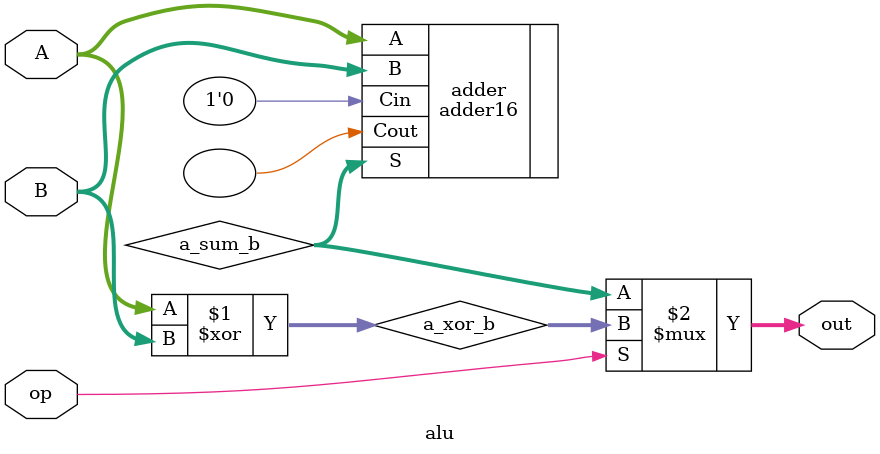
<source format=v>
module alu(
    input wire op, // 0 = add, 1 = xor
    input wire [15:0] A,
    input wire [15:0] B,
    output wire [15:0] out
);
    wire [15:0] a_sum_b;
    adder16 adder (
        .A   (A),
        .B   (B),
        .S   (a_sum_b),
        .Cin (1'b0),
        .Cout()
    );

    wire [15:0] a_xor_b;
    assign a_xor_b = A ^ B;

    assign out = op ? a_xor_b : a_sum_b;
endmodule
</source>
